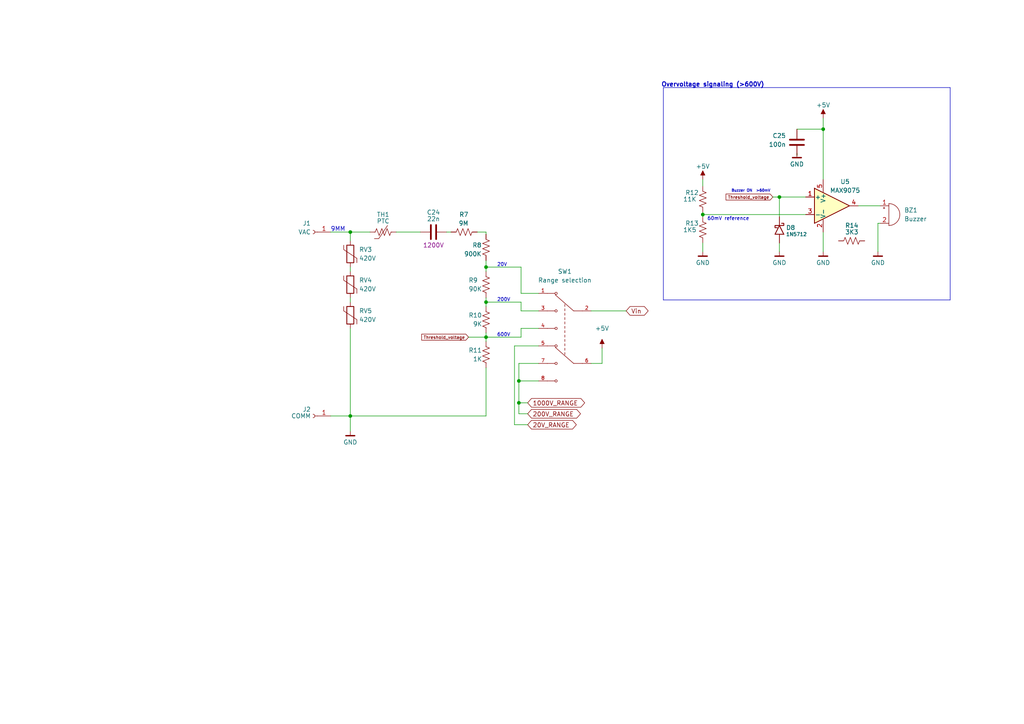
<source format=kicad_sch>
(kicad_sch (version 20230121) (generator eeschema)
  (paper "A4")
  (title_block (title "Uređaj za merenje efektivne vrednosti AC napona") (date "2024-01-19") (rev "2") (company "Srđan Milkić") (comment 2 "Izbor opsega") (comment 3 "Zujalica za prekomerni napon") (comment 4 "Zaštita ulaza"))
  (lib_symbols
    (symbol "Comparator:LMV7271" (pin_names (offset 0.127))
      (property "Reference" "U" (at 1.27 5.08 0))
      (property "Value" "LMV7271" (at 3.81 -5.08 0))
      (symbol "LMV7271_0_1"
        (polyline (pts (xy -5.08 5.08) (xy 5.08 0) (xy -5.08 -5.08) (xy -5.08 5.08)) (stroke (width 0.254)) (fill (type background)))
      )
      (symbol "LMV7271_1_1"
        (pin input line (at -7.62 2.54 0) (length 2.54) (name "+") (number "1"))
        (pin power_in line (at -2.54 -7.62 90) (length 3.81) (name "V-") (number "2"))
        (pin input line (at -7.62 -2.54 0) (length 2.54) (name "-") (number "3"))
        (pin output line (at 7.62 0 180) (length 2.54) (name "~") (number "4"))
        (pin power_in line (at -2.54 7.62 270) (length 3.81) (name "V+") (number "5"))
      )
    )
    (symbol "Connector:Conn_01x01_Female" (pin_names (offset 1.016) hide)
      (property "Reference" "J" (at 0 2.54 0))
      (property "Value" "Conn_01x01_Female" (at 0 -2.54 0))
      (symbol "Conn_01x01_Female_1_1"
        (polyline (pts (xy -1.27 0) (xy -0.508 0)) (stroke (width 0.1524)))
        (arc (start 0 0.508) (mid -0.5058 0) (end 0 -0.508) (stroke (width 0.1524)))
        (pin passive line (at -5.08 0 0) (length 3.81) (name "Pin_1") (number "1"))
      )
    )
    (symbol "Device:Buzzer" (pin_names (offset 0.0254) hide)
      (property "Reference" "BZ" (at 3.81 1.27 0))
      (property "Value" "Buzzer" (at 3.81 -1.27 0))
      (symbol "Buzzer_0_1"
        (arc (start 0 -3.175) (mid 3.1612 0) (end 0 3.175))
        (polyline (pts (xy -1.651 1.905) (xy -1.143 1.905)))
        (polyline (pts (xy -1.397 2.159) (xy -1.397 1.651)))
        (polyline (pts (xy 0 3.175) (xy 0 -3.175)))
      )
      (symbol "Buzzer_1_1"
        (pin passive line (at -2.54 2.54 0) (length 2.54) (name "-") (number "1"))
        (pin passive line (at -2.54 -2.54 0) (length 2.54) (name "+") (number "2"))
      )
    )
    (symbol "Device:C" (pin_numbers hide) (pin_names (offset 0.254))
      (property "Reference" "C" (at 0.635 2.54 0))
      (property "Value" "C" (at 0.635 -2.54 0))
      (symbol "C_0_1"
        (polyline (pts (xy -2.032 -0.762) (xy 2.032 -0.762)) (stroke (width 0.508)))
        (polyline (pts (xy -2.032 0.762) (xy 2.032 0.762)) (stroke (width 0.508)))
      )
      (symbol "C_1_1"
        (pin passive line (at 0 3.81 270) (length 2.794) (name "~") (number "1"))
        (pin passive line (at 0 -3.81 90) (length 2.794) (name "~") (number "2"))
      )
    )
    (symbol "Device:R_US" (pin_numbers hide) (pin_names (offset 0))
      (property "Reference" "R" (at 2.54 0 90))
      (property "Value" "R_US" (at -2.54 0 90))
      (symbol "R_US_0_1"
        (polyline (pts (xy 0 -2.286) (xy 0 -2.54)))
        (polyline (pts (xy 0 2.286) (xy 0 2.54)))
        (polyline (pts (xy 0 -0.762) (xy 1.016 -1.143) (xy 0 -1.524) (xy -1.016 -1.905) (xy 0 -2.286)))
        (polyline (pts (xy 0 0.762) (xy 1.016 0.381) (xy 0 0) (xy -1.016 -0.381) (xy 0 -0.762)))
        (polyline (pts (xy 0 2.286) (xy 1.016 1.905) (xy 0 1.524) (xy -1.016 1.143) (xy 0 0.762)))
      )
      (symbol "R_US_1_1"
        (pin passive line (at 0 3.81 270) (length 1.27) (name "~") (number "1"))
        (pin passive line (at 0 -3.81 90) (length 1.27) (name "~") (number "2"))
      )
    )
    (symbol "Device:Thermistor_US" (pin_numbers hide) (pin_names (offset 0))
      (property "Reference" "TH?" (at 0 6.985 90))
      (property "Value" "Thermistor_US" (at 0 4.445 90))
      (symbol "Thermistor_US_0_1"
        (polyline (pts (xy 0 -2.286) (xy 0 -2.54)))
        (polyline (pts (xy 0 2.286) (xy 0 2.54)))
        (polyline (pts (xy 1.905 -1.27) (xy 1.905 -1.27)))
        (polyline (pts (xy -1.905 2.54) (xy -1.905 1.27) (xy 1.905 -1.27)))
        (polyline (pts (xy 0 -0.762) (xy 1.016 -1.143) (xy 0 -1.524) (xy -1.016 -1.905) (xy 0 -2.286)))
        (polyline (pts (xy 0 0.762) (xy 1.016 0.381) (xy 0 0) (xy -1.016 -0.381) (xy 0 -0.762)))
        (polyline (pts (xy 0 2.286) (xy 1.016 1.905) (xy 0 1.524) (xy -1.016 1.143) (xy 0 0.762)))
      )
      (symbol "Thermistor_US_1_1"
        (pin passive line (at 0 3.81 270) (length 1.27) (name "~") (number "1"))
        (pin passive line (at 0 -3.81 90) (length 1.27) (name "~") (number "2"))
      )
    )
    (symbol "Device:Varistor" (pin_numbers hide) (pin_names (offset 0))
      (property "Reference" "RV5" (at 3.175 1.2701 0))
      (property "Value" "910V" (at 3.175 -1.2699 0))
      (symbol "Varistor_0_1"
        (rectangle (start -1.016 -2.54) (end 1.016 2.54) (stroke (width 0.254)))
        (polyline (pts (xy 1.905 -2.54) (xy 1.905 -1.27)))
        (polyline (pts (xy -1.905 2.54) (xy -1.905 1.27) (xy 1.905 -1.27)))
      )
      (symbol "Varistor_1_1"
        (pin passive line (at 0 3.81 270) (length 1.27) (name "~") (number "1"))
        (pin passive line (at 0 -3.81 90) (length 1.27) (name "~") (number "2"))
      )
    )
    (symbol "Diode:1N5712" (pin_numbers hide) (pin_names (offset 1.016) hide)
      (property "Reference" "D8" (at 1.905 0.635 90))
      (property "Value" "1N5712" (at 1.905 -1.27 90))
      (symbol "1N5712_0_1"
        (polyline (pts (xy 1.27 1.27) (xy 1.27 -1.27) (xy -1.27 0) (xy 1.27 1.27)) (stroke (width 0.254)))
        (polyline (pts (xy -1.905 0.635) (xy -1.905 1.27) (xy -1.27 1.27) (xy -1.27 -1.27) (xy -0.635 -1.27) (xy -0.635 -0.635)) (stroke (width 0.254)))
      )
      (symbol "1N5712_1_1"
        (pin passive line (at -3.81 0 0) (length 2.54) (name "K") (number "1"))
        (pin passive line (at 3.81 0 180) (length 2.54) (name "A") (number "2"))
      )
    )
    (symbol "GND_1"
      (property "Value" "GND_1" (at 0 -2.794 0))
      (symbol "GND_1_0_1"
        (polyline (pts (xy -1.27 -1.27) (xy 1.27 -1.27)) (stroke (width 0.4)))
        (polyline (pts (xy 0 -1.27) (xy 0 0)))
      )
      (symbol "GND_1_1_1"
        (pin power_in line (at 0 0 270) (length 0) hide (name "GND") (number "1"))
      )
    )
    (symbol "GND_2"
      (property "Value" "GND_2" (at 0 -2.794 0))
      (symbol "GND_2_0_1"
        (polyline (pts (xy -1.27 -1.27) (xy 1.27 -1.27)) (stroke (width 0.4)))
        (polyline (pts (xy 0 -1.27) (xy 0 0)))
      )
      (symbol "GND_2_1_1"
        (pin power_in line (at 0 0 270) (length 0) hide (name "GND") (number "1"))
      )
    )
    (symbol "PRIUMS_STANDARD:EG2310" (pin_names (offset 1.016))
      (property "Reference" "SW?" (at 0 18.415 0))
      (property "Value" "Range selection" (at 0 15.875 0))
      (symbol "EG2310_0_0"
        (polyline (pts (xy -2.54 -7.62) (xy -5.08 -7.62)) (stroke (width 0.1524)))
        (polyline (pts (xy -2.54 -7.62) (xy 2.794 -2.9464)) (stroke (width 0.1524)))
        (polyline (pts (xy -2.54 7.62) (xy -5.08 7.62)) (stroke (width 0.1524)))
        (polyline (pts (xy -2.54 7.62) (xy 2.794 12.2936)) (stroke (width 0.1524)))
        (polyline (pts (xy 5.08 -12.7) (xy 2.921 -12.7)) (stroke (width 0.1524)))
        (polyline (pts (xy 5.08 -7.62) (xy 2.921 -7.62)) (stroke (width 0.1524)))
        (polyline (pts (xy 5.08 -2.54) (xy 2.921 -2.54)) (stroke (width 0.1524)))
        (polyline (pts (xy 5.08 2.54) (xy 2.921 2.54)) (stroke (width 0.1524)))
        (polyline (pts (xy 5.08 7.62) (xy 2.921 7.62)) (stroke (width 0.1524)))
        (polyline (pts (xy 5.08 12.7) (xy 2.921 12.7)) (stroke (width 0.1524)))
        (circle (center 2.54 -12.7) (radius 0.3302) (stroke (width 0.1524)))
        (circle (center 2.54 -7.62) (radius 0.3302) (stroke (width 0.1524)))
        (circle (center 2.54 -2.54) (radius 0.3302) (stroke (width 0.1524)))
        (circle (center 2.54 2.54) (radius 0.3302) (stroke (width 0.1524)))
        (circle (center 2.54 7.62) (radius 0.3302) (stroke (width 0.1524)))
        (circle (center 2.54 12.7) (radius 0.3302) (stroke (width 0.1524)))
        (pin passive line (at 7.62 12.7 180) (length 2.54) (name "~") (number "1"))
        (pin passive line (at -7.62 7.62 0) (length 2.54) (name "~") (number "2"))
        (pin passive line (at 7.62 7.62 180) (length 2.54) (name "~") (number "3"))
        (pin passive line (at 7.62 2.54 180) (length 2.54) (name "~") (number "4"))
        (pin passive line (at 7.62 -2.54 180) (length 2.54) (name "~") (number "5"))
        (pin passive line (at -7.62 -7.62 0) (length 2.54) (name "~") (number "6"))
        (pin passive line (at 7.62 -7.62 180) (length 2.54) (name "~") (number "7"))
        (pin passive line (at 7.62 -12.7 180) (length 2.54) (name "~") (number "8"))
      )
      (symbol "EG2310_0_1"
        (polyline (pts (xy 0 -4.445) (xy 0 -5.08)))
        (polyline (pts (xy 0 -3.175) (xy 0 -3.81)))
        (polyline (pts (xy 0 -1.905) (xy 0 -2.54)))
        (polyline (pts (xy 0 -0.635) (xy 0 -1.27)))
        (polyline (pts (xy 0 0.635) (xy 0 0)))
        (polyline (pts (xy 0 1.905) (xy 0 1.27)))
        (polyline (pts (xy 0 3.175) (xy 0 2.54)))
        (polyline (pts (xy 0 4.445) (xy 0 3.81)))
        (polyline (pts (xy 0 5.715) (xy 0 5.08)))
        (polyline (pts (xy 0 6.985) (xy 0 6.35)))
        (polyline (pts (xy 0 8.255) (xy 0 7.62)))
        (polyline (pts (xy 0 9.525) (xy 0 8.89)))
      )
    )
    (symbol "Varistor_2" (pin_numbers hide) (pin_names (offset 0))
      (property "Reference" "RV3" (at 3.175 1.2701 0))
      (property "Value" "910V" (at 3.175 -1.2699 0))
      (symbol "Varistor_2_0_1"
        (rectangle (start -1.016 -2.54) (end 1.016 2.54) (stroke (width 0.254)))
        (polyline (pts (xy 1.905 -2.54) (xy 1.905 -1.27)))
        (polyline (pts (xy -1.905 2.54) (xy -1.905 1.27) (xy 1.905 -1.27)))
      )
      (symbol "Varistor_2_1_1"
        (pin passive line (at 0 3.81 270) (length 1.27) (name "~") (number "1"))
        (pin passive line (at 0 -3.81 90) (length 1.27) (name "~") (number "2"))
      )
    )
    (symbol "Varistor_3" (pin_numbers hide) (pin_names (offset 0))
      (property "Reference" "RV4" (at 3.175 1.2701 0))
      (property "Value" "910V" (at 3.175 -1.2699 0))
      (symbol "Varistor_3_0_1"
        (rectangle (start -1.016 -2.54) (end 1.016 2.54) (stroke (width 0.254)))
        (polyline (pts (xy 1.905 -2.54) (xy 1.905 -1.27)))
        (polyline (pts (xy -1.905 2.54) (xy -1.905 1.27) (xy 1.905 -1.27)))
      )
      (symbol "Varistor_3_1_1"
        (pin passive line (at 0 3.81 270) (length 1.27) (name "~") (number "1"))
        (pin passive line (at 0 -3.81 90) (length 1.27) (name "~") (number "2"))
      )
    )
    (symbol "power:+5V" (power) (pin_names (offset 0))
      (property "Value" "+5V" (at 0 5.715 0))
      (symbol "+5V_0_1"
        (polyline (pts (xy 0 0) (xy 0 2.54)))
        (polyline (pts (xy 0 1.27) (xy 0.635 1.27) (xy 0 2.54) (xy -0.635 1.27) (xy 0 1.27)) (fill (type outline)))
      )
      (symbol "+5V_1_1"
        (pin power_in line (at 0 0 90) (length 0) hide (name "+5V") (number "1"))
      )
    )
    (symbol "priums:GND"
      (property "Value" "GND" (at 0 -2.794 0))
      (symbol "GND_0_1"
        (polyline (pts (xy -1.27 -1.27) (xy 1.27 -1.27)) (stroke (width 0.4)))
        (polyline (pts (xy 0 -1.27) (xy 0 0)))
      )
      (symbol "GND_1_1"
        (pin power_in line (at 0 0 270) (length 0) hide (name "GND") (number "1"))
      )
    )
  )
  (junction (at 203.835 62.23))
  (junction (at 101.6 67.31))
  (junction (at 140.97 77.47))
  (junction (at 238.76 37.465))
  (junction (at 226.06 57.15))
  (junction (at 140.97 87.63))
  (junction (at 101.6 120.65))
  (junction (at 150.495 116.84))
  (junction (at 140.97 97.79))
  (junction (at 150.495 110.49))
  (wire (pts (xy 140.97 106.68) (xy 140.97 120.65)))
  (wire (pts (xy 151.13 77.47) (xy 151.13 85.09)))
  (wire (pts (xy 150.495 105.41) (xy 156.21 105.41)))
  (wire (pts (xy 101.6 77.47) (xy 101.6 78.74)))
  (wire (pts (xy 140.97 67.31) (xy 140.97 67.945)))
  (wire (pts (xy 226.06 57.15) (xy 233.68 57.15)))
  (wire (pts (xy 203.835 52.07) (xy 203.835 53.975)))
  (wire (pts (xy 140.97 87.63) (xy 151.13 87.63)))
  (wire (pts (xy 171.45 105.41) (xy 174.625 105.41)))
  (wire (pts (xy 150.495 120.015) (xy 153.035 120.015)))
  (wire (pts (xy 151.13 97.79) (xy 151.13 95.25)))
  (wire (pts (xy 149.225 100.33) (xy 149.225 123.19)))
  (wire (pts (xy 95.885 67.31) (xy 101.6 67.31)))
  (wire (pts (xy 150.495 110.49) (xy 150.495 116.84)))
  (wire (pts (xy 150.495 116.84) (xy 150.495 120.015)))
  (wire (pts (xy 140.97 77.47) (xy 151.13 77.47)))
  (wire (pts (xy 149.225 123.19) (xy 153.035 123.19)))
  (wire (pts (xy 138.43 67.31) (xy 140.97 67.31)))
  (wire (pts (xy 151.13 90.17) (xy 151.13 87.63)))
  (wire (pts (xy 140.97 87.63) (xy 140.97 88.9)))
  (wire (pts (xy 140.97 97.79) (xy 151.13 97.79)))
  (wire (pts (xy 255.27 64.77) (xy 254.635 64.77)))
  (wire (pts (xy 203.835 62.23) (xy 233.68 62.23)))
  (wire (pts (xy 156.21 90.17) (xy 151.13 90.17)))
  (wire (pts (xy 224.155 57.15) (xy 226.06 57.15)))
  (wire (pts (xy 203.835 62.23) (xy 203.835 62.865)))
  (polyline (pts (xy 192.405 25.4) (xy 192.405 86.995)))
  (wire (pts (xy 238.76 37.465) (xy 238.76 52.07)))
  (wire (pts (xy 140.97 86.36) (xy 140.97 87.63)))
  (wire (pts (xy 171.45 90.17) (xy 181.61 90.17)))
  (wire (pts (xy 130.81 67.31) (xy 129.54 67.31)))
  (wire (pts (xy 151.13 95.25) (xy 156.21 95.25)))
  (wire (pts (xy 150.495 110.49) (xy 156.21 110.49)))
  (polyline (pts (xy 275.59 86.995) (xy 275.59 25.4)))
  (wire (pts (xy 101.6 95.25) (xy 101.6 120.65)))
  (wire (pts (xy 238.76 67.31) (xy 238.76 73.025)))
  (wire (pts (xy 150.495 105.41) (xy 150.495 110.49)))
  (wire (pts (xy 135.89 97.79) (xy 140.97 97.79)))
  (wire (pts (xy 254.635 64.77) (xy 254.635 73.025)))
  (wire (pts (xy 101.6 120.65) (xy 140.97 120.65)))
  (wire (pts (xy 95.885 120.65) (xy 101.6 120.65)))
  (wire (pts (xy 150.495 116.84) (xy 153.035 116.84)))
  (wire (pts (xy 203.835 70.485) (xy 203.835 73.025)))
  (polyline (pts (xy 192.405 25.4) (xy 275.59 25.4)))
  (wire (pts (xy 226.06 57.15) (xy 226.06 62.865)))
  (wire (pts (xy 151.13 85.09) (xy 156.21 85.09)))
  (wire (pts (xy 140.97 97.79) (xy 140.97 99.06)))
  (wire (pts (xy 140.97 77.47) (xy 140.97 78.74)))
  (wire (pts (xy 248.92 59.69) (xy 255.27 59.69)))
  (wire (pts (xy 156.21 100.33) (xy 149.225 100.33)))
  (polyline (pts (xy 192.405 86.995) (xy 275.59 86.995)))
  (wire (pts (xy 203.835 61.595) (xy 203.835 62.23)))
  (wire (pts (xy 101.6 86.36) (xy 101.6 87.63)))
  (wire (pts (xy 140.97 96.52) (xy 140.97 97.79)))
  (wire (pts (xy 101.6 67.31) (xy 107.315 67.31)))
  (wire (pts (xy 114.935 67.31) (xy 121.92 67.31)))
  (wire (pts (xy 174.625 105.41) (xy 174.625 100.965)))
  (wire (pts (xy 238.76 37.465) (xy 231.14 37.465)))
  (wire (pts (xy 238.76 34.29) (xy 238.76 37.465)))
  (wire (pts (xy 140.97 75.565) (xy 140.97 77.47)))
  (wire (pts (xy 226.06 73.025) (xy 226.06 70.485)))
  (wire (pts (xy 231.14 45.085) (xy 231.14 44.45)))
  (wire (pts (xy 101.6 67.31) (xy 101.6 69.85)))
  (wire (pts (xy 101.6 120.65) (xy 101.6 125.095)))
  (text "600V\n" (at 144.145 97.79 0) (effects (font (size 1 1)) (justify left bottom)))
  (text "20V" (at 144.145 77.47 0) (effects (font (size 1 1)) (justify left bottom)))
  (text "Buzzer ON  >60mV" (at 212.09 55.88 0) (effects (font (size 0.762 0.762)) (justify left bottom)))
  (text "9MM\n" (at 95.885 67.31 0) (effects (font (size 1.27 1.27)) (justify left bottom)))
  (text "60mV reference " (at 205.105 64.135 0) (effects (font (size 1.016 1.016)) (justify left bottom)))
  (text "200V\n" (at 144.145 87.63 0) (effects (font (size 1 1)) (justify left bottom)))
  (text "Overvoltage signaling (>600V)\n" (at 191.77 25.4 0) (effects (font (size 1.27 1.27) (thickness 0.254) bold) (justify left bottom)))
  (global_label "200V_RANGE" (shape bidirectional) (at 153.035 120.015 0) (property "Intersheetrefs" "${INTERSHEET_REFS}" (effects hide)))
  (global_label "1000V_RANGE" (shape bidirectional) (at 153.035 116.84 0) (property "Intersheetrefs" "${INTERSHEET_REFS}" (effects hide)))
  (global_label "Threshold_voltage" (shape input) (at 135.89 97.79 180) (effects (font (size 0.889 0.889))) (property "Intersheetrefs" "${INTERSHEET_REFS}" (effects hide)))
  (global_label "20V_RANGE" (shape bidirectional) (at 153.035 123.19 0) (property "Intersheetrefs" "${INTERSHEET_REFS}" (effects hide)))
  (global_label "Vin" (shape bidirectional) (at 181.61 90.17 0) (property "Intersheetrefs" "${INTERSHEET_REFS}" (effects hide)))
  (global_label "Threshold_voltage" (shape input) (at 224.155 57.15 180) (effects (font (size 0.889 0.889))) (property "Intersheetrefs" "${INTERSHEET_REFS}" (effects hide)))
  (symbol (lib_id "power:+5V") (at 203.835 52.07 0) (unit 1)
    (property "Reference" "#PWR020" (effects hide))
    (property "Value" "+5V" (at 203.835 48.26 0))
  )
  (symbol (lib_name "GND_1") (lib_id "priums:GND") (at 231.14 44.45 0) (unit 1)
    (property "Reference" "#PWR23" (effects hide))
    (property "Value" "GND" (at 231.14 47.625 0))
  )
  (symbol (lib_id "Diode:1N5712") (at 226.06 66.675 270) (unit 1)
    (property "Reference" "D8" (at 227.965 66.04 90) (effects (justify left)))
    (property "Value" "1N5712" (at 227.965 67.945 90) (effects (font (size 1.016 1.016)) (justify left)))
    (property "Footprint" "Diode_THT:D_DO-35_SOD27_P7.62mm_Horizontal" (effects hide))
    (property "Datasheet" "https://www.microsemi.com/document-portal/doc_download/8865-lds-0040-datasheet" (effects hide))
  )
  (symbol (lib_id "Comparator:LMV7271") (at 241.3 59.69 0) (unit 1)
    (property "Reference" "U5" (at 245.11 52.705 0))
    (property "Value" "MAX9075" (at 245.11 55.245 0))
    (property "Footprint" "Package_TO_SOT_SMD:SOT-23-5" (effects hide))
    (property "Datasheet" "http://www.ti.com/lit/ds/symlink/lmv7271.pdf" (effects hide))
  )
  (symbol (lib_id "Device:R_US") (at 140.97 102.87 0) (unit 1)
    (property "Reference" "R11" (at 135.89 101.6 0) (effects (justify left)))
    (property "Value" "1K" (at 137.16 104.14 0) (effects (justify left)))
    (property "Footprint" "Resistor_SMD:R_1206_3216Metric" (effects hide))
  )
  (symbol (lib_id "Device:Buzzer") (at 257.81 62.23 0) (unit 1)
    (property "Reference" "BZ1" (at 262.255 60.9599 0) (effects (justify left)))
    (property "Value" "Buzzer" (at 262.255 63.4999 0) (effects (justify left)))
    (property "Footprint" "Buzzer_Beeper:Buzzer_12x9.5RM7.6" (effects hide))
  )
  (symbol (lib_id "power:+5V") (at 174.625 100.965 0) (unit 1)
    (property "Reference" "#PWR019" (effects hide))
    (property "Value" "+5V" (at 174.625 95.25 0))
  )
  (symbol (lib_id "Device:R_US") (at 203.835 66.675 0) (unit 1)
    (property "Reference" "R13" (at 198.755 64.77 0) (effects (justify left)))
    (property "Value" "1K5" (at 198.12 66.675 0) (effects (justify left)))
    (property "Footprint" "Resistor_SMD:R_1206_3216Metric" (effects hide))
  )
  (symbol (lib_name "GND_1") (lib_id "priums:GND") (at 226.06 73.025 0) (unit 1)
    (property "Reference" "#PWR22" (effects hide))
    (property "Value" "GND" (at 226.06 76.2 0))
  )
  (symbol (lib_id "Device:C") (at 231.14 41.275 0) (mirror y) (unit 1)
    (property "Reference" "C25" (at 227.965 39.37 0) (effects (justify left)))
    (property "Value" "100n" (at 227.965 41.91 0) (effects (justify left)))
    (property "Footprint" "Capacitor_SMD:C_0603_1608Metric" (effects hide))
  )
  (symbol (lib_id "priums:GND") (at 101.6 125.095 0) (unit 1)
    (property "Reference" "#PWR18" (effects hide))
    (property "Value" "GND" (at 101.6 128.27 0))
  )
  (symbol (lib_id "Connector:Conn_01x01_Female") (at 90.805 67.31 0) (mirror y) (unit 1)
    (property "Reference" "J1" (at 90.17 64.77 0) (effects (justify left)))
    (property "Value" "VAC" (at 90.17 67.31 0) (effects (justify left)))
    (property "Footprint" "priums_lib:CONN1_FCR7350R_CLF" (effects hide))
  )
  (symbol (lib_id "PRIUMS_STANDARD:EG2310") (at 163.83 97.79 0) (mirror y) (unit 1)
    (property "Reference" "SW1" (at 163.83 78.74 0))
    (property "Value" "Range selection" (at 163.83 81.28 0))
    (property "Footprint" "priums_lib:SW_EG2310" (effects hide))
    (property "MF" "E-Switch" (effects hide))
    (property "MAXIMUM_PACKAGE_HEIGHT" "4.7mm" (effects hide))
    (property "Package" "None" (effects hide))
    (property "Price" "None" (effects hide))
    (property "Check_prices" "https://www.snapeda.com/parts/EG2310/E-Switch/view-part/?ref=eda" (effects hide))
    (property "STANDARD" "Manufacturer Recommendations" (effects hide))
    (property "PARTREV" "-" (effects hide))
    (property "SnapEDA_Link" "https://www.snapeda.com/parts/EG2310/E-Switch/view-part/?ref=snap" (effects hide))
    (property "MP" "EG2310" (effects hide))
    (property "Purchase-URL" "https://www.snapeda.com/api/url_track_click_mouser/?unipart_id=396456&manufacturer=E-Switch&part_name=EG2310&search_term=None" (effects hide))
    (property "Description" "\nSlide Switch DP3T Through Hole, Right Angle\n" (effects hide))
    (property "MANUFACTURER" "E-Switch" (effects hide))
    (property "Availability" "In Stock" (effects hide))
    (property "SNAPEDA_PN" "EG2310" (effects hide))
  )
  (symbol (lib_name "GND_2") (lib_id "priums:GND") (at 203.835 73.025 0) (unit 1)
    (property "Reference" "#PWR21" (effects hide))
    (property "Value" "GND" (at 203.835 76.2 0))
  )
  (symbol (lib_name "Varistor_3") (lib_id "Device:Varistor") (at 101.6 82.55 0) (unit 1)
    (property "Reference" "RV4" (at 104.14 81.28 0) (effects (justify left)))
    (property "Value" "420V" (at 104.14 83.82 0) (effects (justify left)))
    (property "Footprint" "Varistor:RV_Disc_D9mm_W3.3mm_P5mm" (effects hide))
  )
  (symbol (lib_id "Device:Varistor") (at 101.6 91.44 0) (unit 1)
    (property "Reference" "RV5" (at 104.14 90.17 0) (effects (justify left)))
    (property "Value" "420V" (at 104.14 92.71 0) (effects (justify left)))
    (property "Footprint" "Varistor:RV_Disc_D9mm_W3.3mm_P5mm" (effects hide))
  )
  (symbol (lib_name "GND_1") (lib_id "priums:GND") (at 254.635 73.025 0) (unit 1)
    (property "Reference" "#PWR26" (effects hide))
    (property "Value" "GND" (at 254.635 76.2 0))
  )
  (symbol (lib_id "Connector:Conn_01x01_Female") (at 90.805 120.65 0) (mirror y) (unit 1)
    (property "Reference" "J2" (at 90.17 118.745 0) (effects (justify left)))
    (property "Value" "COMM" (at 90.17 120.65 0) (effects (justify left)))
    (property "Footprint" "priums_lib:CONN1_FCR7350R_CLF" (effects hide))
  )
  (symbol (lib_id "power:+5V") (at 238.76 34.29 0) (unit 1)
    (property "Reference" "#PWR024" (effects hide))
    (property "Value" "+5V" (at 238.76 30.48 0))
  )
  (symbol (lib_name "GND_1") (lib_id "priums:GND") (at 238.76 73.025 0) (unit 1)
    (property "Reference" "#PWR25" (effects hide))
    (property "Value" "GND" (at 238.76 76.2 0))
  )
  (symbol (lib_id "Device:R_US") (at 140.97 82.55 0) (unit 1)
    (property "Reference" "R9" (at 135.89 81.28 0) (effects (justify left)))
    (property "Value" "90K" (at 135.89 83.82 0) (effects (justify left)))
    (property "Footprint" "Resistor_SMD:R_1206_3216Metric" (effects hide))
  )
  (symbol (lib_id "Device:C") (at 125.73 67.31 90) (unit 1)
    (property "Reference" "C24" (at 125.73 61.595 90))
    (property "Value" "22n" (at 125.73 63.5 90))
    (property "Footprint" "Capacitor_SMD:C_1812_4532Metric" (effects hide))
    (property "Rated Voltage" "1200V" (at 125.73 71.12 90))
  )
  (symbol (lib_name "Varistor_2") (lib_id "Device:Varistor") (at 101.6 73.66 0) (unit 1)
    (property "Reference" "RV3" (at 104.14 72.39 0) (effects (justify left)))
    (property "Value" "420V" (at 104.14 74.93 0) (effects (justify left)))
    (property "Footprint" "Varistor:RV_Disc_D9mm_W3.3mm_P5mm" (effects hide))
    (property "Datasheet" "https://product.tdk.com/system/files/dam/doc/product/protection/voltage/lead-disk-varistor/data_sheet/70/db/var/siov_leaded_standard.pdf" (effects hide))
  )
  (symbol (lib_id "Device:Thermistor_US") (at 111.125 67.31 90) (unit 1)
    (property "Reference" "TH1" (at 111.125 62.23 90))
    (property "Value" "PTC" (at 111.125 64.135 90))
    (property "Footprint" "Resistor_THT:R_Axial_DIN0414_L11.9mm_D4.5mm_P7.62mm_Vertical" (effects hide))
    (property "Datasheet" "https://www.vishay.com/docs/29072/ptccl.pdf" (effects hide))
  )
  (symbol (lib_id "Device:R_US") (at 140.97 71.755 180) (unit 1)
    (property "Reference" "R8" (at 139.7 71.12 0) (effects (justify left)))
    (property "Value" "900K" (at 139.7 73.66 0) (effects (justify left)))
    (property "Footprint" "Resistor_SMD:R_1210_3225Metric" (effects hide))
  )
  (symbol (lib_id "Device:R_US") (at 140.97 92.71 0) (unit 1)
    (property "Reference" "R10" (at 135.89 91.44 0) (effects (justify left)))
    (property "Value" "9K" (at 137.16 93.98 0) (effects (justify left)))
    (property "Footprint" "Resistor_SMD:R_1206_3216Metric" (effects hide))
  )
  (symbol (lib_id "Device:R_US") (at 203.835 57.785 0) (unit 1)
    (property "Reference" "R12" (at 198.755 55.88 0) (effects (justify left)))
    (property "Value" "11K" (at 198.12 57.785 0) (effects (justify left)))
    (property "Footprint" "Resistor_SMD:R_1206_3216Metric" (effects hide))
  )
  (symbol (lib_id "Device:R_US") (at 134.62 67.31 90) (unit 1)
    (property "Reference" "R7" (at 135.89 62.23 90) (effects (justify left)))
    (property "Value" "9M" (at 135.89 64.77 90) (effects (justify left)))
    (property "Footprint" "Resistor_SMD:R_1210_3225Metric" (effects hide))
  )
  (symbol (lib_id "Device:R_US") (at 247.015 69.85 270) (unit 1)
    (property "Reference" "R14" (at 245.11 65.405 90) (effects (justify left)))
    (property "Value" "3K3" (at 245.11 67.31 90) (effects (justify left)))
    (property "Footprint" "Resistor_SMD:R_1206_3216Metric" (effects hide))
  )
)
</source>
